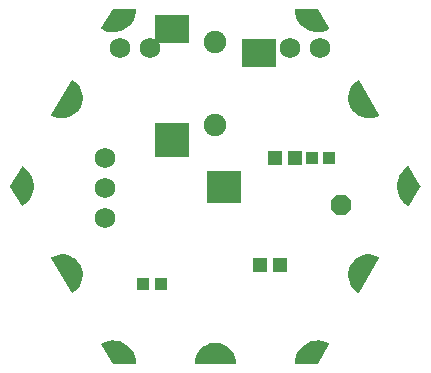
<source format=gbr>
G04 EAGLE Gerber RS-274X export*
G75*
%MOMM*%
%FSLAX34Y34*%
%LPD*%
%INSoldermask Top*%
%IPPOS*%
%AMOC8*
5,1,8,0,0,1.08239X$1,22.5*%
G01*
%ADD10R,1.003200X1.003200*%
%ADD11P,1.869504X8X22.500000*%
%ADD12R,1.303200X1.203200*%
%ADD13C,1.727200*%
%ADD14R,1.203200X1.303200*%
%ADD15C,1.203200*%
%ADD16R,3.003200X2.803200*%
%ADD17R,3.003200X2.403200*%
%ADD18R,3.003200X3.003200*%
%ADD19C,1.903200*%

G36*
X17029Y319D02*
X17029Y319D01*
X17058Y317D01*
X17125Y339D01*
X17195Y353D01*
X17219Y369D01*
X17247Y378D01*
X17300Y425D01*
X17359Y465D01*
X17375Y490D01*
X17397Y509D01*
X17428Y573D01*
X17466Y633D01*
X17471Y662D01*
X17483Y688D01*
X17492Y787D01*
X17499Y829D01*
X17496Y840D01*
X17498Y854D01*
X17266Y3652D01*
X17256Y3685D01*
X17252Y3733D01*
X16563Y6455D01*
X16548Y6486D01*
X16536Y6533D01*
X15408Y9104D01*
X15388Y9132D01*
X15369Y9177D01*
X13833Y11527D01*
X13809Y11552D01*
X13783Y11592D01*
X11881Y13658D01*
X11853Y13678D01*
X11820Y13714D01*
X9605Y15438D01*
X9574Y15454D01*
X9536Y15483D01*
X7066Y16820D01*
X7033Y16830D01*
X6991Y16853D01*
X5805Y17260D01*
X4351Y17759D01*
X4335Y17765D01*
X4301Y17769D01*
X4255Y17785D01*
X1486Y18247D01*
X1451Y18246D01*
X1404Y18254D01*
X-1404Y18254D01*
X-1438Y18247D01*
X-1486Y18247D01*
X-4255Y17785D01*
X-4288Y17772D01*
X-4335Y17765D01*
X-6991Y16853D01*
X-7021Y16835D01*
X-7066Y16820D01*
X-9536Y15483D01*
X-9562Y15461D01*
X-9605Y15438D01*
X-11820Y13714D01*
X-11843Y13687D01*
X-11881Y13658D01*
X-13783Y11592D01*
X-13801Y11563D01*
X-13833Y11527D01*
X-15369Y9177D01*
X-15382Y9144D01*
X-15408Y9104D01*
X-16536Y6533D01*
X-16543Y6499D01*
X-16546Y6493D01*
X-16552Y6484D01*
X-16553Y6478D01*
X-16563Y6455D01*
X-17252Y3733D01*
X-17254Y3698D01*
X-17266Y3652D01*
X-17498Y854D01*
X-17494Y825D01*
X-17499Y796D01*
X-17483Y727D01*
X-17474Y656D01*
X-17460Y631D01*
X-17453Y603D01*
X-17411Y545D01*
X-17376Y484D01*
X-17352Y466D01*
X-17335Y442D01*
X-17274Y406D01*
X-17217Y363D01*
X-17189Y356D01*
X-17164Y341D01*
X-17066Y324D01*
X-17025Y314D01*
X-17014Y316D01*
X-17000Y313D01*
X17000Y313D01*
X17029Y319D01*
G37*
G36*
X-121393Y60622D02*
X-121393Y60622D01*
X-121322Y60619D01*
X-121295Y60630D01*
X-121266Y60632D01*
X-121176Y60674D01*
X-121136Y60689D01*
X-121128Y60697D01*
X-121115Y60702D01*
X-118812Y62302D01*
X-118788Y62327D01*
X-118748Y62354D01*
X-116739Y64311D01*
X-116720Y64340D01*
X-116685Y64374D01*
X-115026Y66634D01*
X-115011Y66666D01*
X-114982Y66705D01*
X-113718Y69208D01*
X-113709Y69241D01*
X-113687Y69284D01*
X-112851Y71961D01*
X-112848Y71996D01*
X-112833Y72042D01*
X-112450Y74820D01*
X-112452Y74855D01*
X-112446Y74902D01*
X-112525Y77706D01*
X-112533Y77740D01*
X-112534Y77788D01*
X-113073Y80540D01*
X-113087Y80572D01*
X-113096Y80619D01*
X-114081Y83245D01*
X-114096Y83270D01*
X-114101Y83289D01*
X-114109Y83300D01*
X-114116Y83319D01*
X-115520Y85747D01*
X-115543Y85773D01*
X-115567Y85815D01*
X-117351Y87979D01*
X-117378Y88000D01*
X-117409Y88038D01*
X-119525Y89878D01*
X-119555Y89895D01*
X-119591Y89927D01*
X-121982Y91394D01*
X-122014Y91406D01*
X-122055Y91431D01*
X-124654Y92485D01*
X-124688Y92491D01*
X-124733Y92509D01*
X-127470Y93121D01*
X-127505Y93122D01*
X-127552Y93132D01*
X-130352Y93285D01*
X-130386Y93280D01*
X-130434Y93283D01*
X-133222Y92972D01*
X-133255Y92962D01*
X-133303Y92956D01*
X-136001Y92191D01*
X-136031Y92176D01*
X-136078Y92162D01*
X-138613Y90964D01*
X-138637Y90946D01*
X-138664Y90936D01*
X-138716Y90887D01*
X-138773Y90845D01*
X-138787Y90820D01*
X-138809Y90800D01*
X-138837Y90734D01*
X-138873Y90673D01*
X-138876Y90644D01*
X-138888Y90617D01*
X-138889Y90546D01*
X-138898Y90476D01*
X-138890Y90448D01*
X-138890Y90418D01*
X-138856Y90326D01*
X-138844Y90284D01*
X-138837Y90276D01*
X-138832Y90263D01*
X-121832Y60863D01*
X-121813Y60841D01*
X-121800Y60814D01*
X-121747Y60767D01*
X-121700Y60714D01*
X-121674Y60701D01*
X-121652Y60682D01*
X-121585Y60659D01*
X-121521Y60628D01*
X-121492Y60627D01*
X-121464Y60617D01*
X-121393Y60622D01*
G37*
G36*
X130386Y208345D02*
X130386Y208345D01*
X130434Y208343D01*
X133222Y208653D01*
X133255Y208663D01*
X133303Y208669D01*
X136001Y209434D01*
X136031Y209450D01*
X136078Y209463D01*
X138613Y210661D01*
X138637Y210679D01*
X138664Y210689D01*
X138716Y210738D01*
X138773Y210780D01*
X138787Y210805D01*
X138809Y210825D01*
X138837Y210891D01*
X138873Y210952D01*
X138876Y210981D01*
X138888Y211008D01*
X138889Y211079D01*
X138898Y211149D01*
X138890Y211177D01*
X138890Y211207D01*
X138856Y211299D01*
X138844Y211341D01*
X138837Y211350D01*
X138832Y211362D01*
X121832Y240762D01*
X121813Y240784D01*
X121800Y240811D01*
X121747Y240858D01*
X121700Y240911D01*
X121674Y240924D01*
X121652Y240943D01*
X121585Y240966D01*
X121521Y240997D01*
X121492Y240998D01*
X121464Y241008D01*
X121393Y241003D01*
X121322Y241006D01*
X121295Y240995D01*
X121266Y240993D01*
X121176Y240951D01*
X121136Y240936D01*
X121128Y240929D01*
X121115Y240923D01*
X118812Y239323D01*
X118788Y239298D01*
X118748Y239271D01*
X116739Y237314D01*
X116720Y237285D01*
X116685Y237251D01*
X115026Y234991D01*
X115011Y234959D01*
X114982Y234920D01*
X113718Y232417D01*
X113709Y232384D01*
X113687Y232341D01*
X112851Y229664D01*
X112848Y229629D01*
X112833Y229583D01*
X112450Y226805D01*
X112452Y226770D01*
X112446Y226723D01*
X112525Y223919D01*
X112533Y223885D01*
X112534Y223837D01*
X113073Y221085D01*
X113087Y221053D01*
X113096Y221006D01*
X114081Y218380D01*
X114099Y218351D01*
X114116Y218306D01*
X115520Y215878D01*
X115543Y215852D01*
X115567Y215810D01*
X117351Y213646D01*
X117378Y213625D01*
X117409Y213587D01*
X119525Y211747D01*
X119555Y211730D01*
X119591Y211698D01*
X121982Y210231D01*
X122014Y210219D01*
X122055Y210194D01*
X124654Y209140D01*
X124688Y209134D01*
X124733Y209116D01*
X127470Y208504D01*
X127505Y208503D01*
X127552Y208493D01*
X130352Y208340D01*
X130386Y208345D01*
G37*
G36*
X121426Y60623D02*
X121426Y60623D01*
X121497Y60623D01*
X121524Y60634D01*
X121553Y60637D01*
X121615Y60672D01*
X121680Y60699D01*
X121701Y60720D01*
X121726Y60734D01*
X121789Y60811D01*
X121819Y60841D01*
X121823Y60852D01*
X121832Y60863D01*
X138832Y90263D01*
X138841Y90290D01*
X138858Y90314D01*
X138873Y90384D01*
X138895Y90451D01*
X138893Y90480D01*
X138899Y90509D01*
X138886Y90579D01*
X138880Y90649D01*
X138867Y90675D01*
X138861Y90704D01*
X138821Y90763D01*
X138789Y90826D01*
X138766Y90845D01*
X138750Y90869D01*
X138668Y90926D01*
X138635Y90953D01*
X138625Y90956D01*
X138613Y90964D01*
X136078Y92162D01*
X136044Y92171D01*
X136001Y92191D01*
X133303Y92956D01*
X133268Y92959D01*
X133222Y92972D01*
X130434Y93283D01*
X130400Y93279D01*
X130352Y93285D01*
X127552Y93132D01*
X127518Y93123D01*
X127470Y93121D01*
X124733Y92509D01*
X124701Y92495D01*
X124654Y92485D01*
X122055Y91431D01*
X122026Y91412D01*
X121982Y91394D01*
X119591Y89927D01*
X119566Y89903D01*
X119525Y89878D01*
X117409Y88038D01*
X117388Y88010D01*
X117351Y87979D01*
X115567Y85815D01*
X115551Y85784D01*
X115520Y85747D01*
X114116Y83319D01*
X114105Y83287D01*
X114098Y83274D01*
X114088Y83259D01*
X114088Y83257D01*
X114081Y83245D01*
X113096Y80619D01*
X113090Y80585D01*
X113073Y80540D01*
X112534Y77788D01*
X112534Y77753D01*
X112525Y77706D01*
X112446Y74902D01*
X112452Y74868D01*
X112450Y74820D01*
X112833Y72042D01*
X112845Y72009D01*
X112851Y71961D01*
X113687Y69284D01*
X113704Y69254D01*
X113718Y69208D01*
X114982Y66705D01*
X115004Y66677D01*
X115026Y66634D01*
X116685Y64374D01*
X116711Y64350D01*
X116739Y64311D01*
X118748Y62354D01*
X118777Y62336D01*
X118812Y62302D01*
X121115Y60702D01*
X121142Y60691D01*
X121165Y60672D01*
X121233Y60652D01*
X121298Y60624D01*
X121327Y60624D01*
X121355Y60615D01*
X121426Y60623D01*
G37*
G36*
X-127552Y208493D02*
X-127552Y208493D01*
X-127518Y208502D01*
X-127470Y208504D01*
X-124733Y209116D01*
X-124701Y209130D01*
X-124654Y209140D01*
X-122055Y210194D01*
X-122026Y210213D01*
X-121982Y210231D01*
X-119591Y211698D01*
X-119566Y211722D01*
X-119525Y211747D01*
X-117409Y213587D01*
X-117388Y213615D01*
X-117351Y213646D01*
X-115567Y215810D01*
X-115551Y215841D01*
X-115520Y215878D01*
X-114116Y218306D01*
X-114105Y218338D01*
X-114081Y218380D01*
X-113096Y221006D01*
X-113090Y221040D01*
X-113073Y221085D01*
X-112534Y223837D01*
X-112534Y223872D01*
X-112525Y223919D01*
X-112446Y226723D01*
X-112452Y226757D01*
X-112450Y226805D01*
X-112833Y229583D01*
X-112845Y229616D01*
X-112851Y229664D01*
X-113687Y232341D01*
X-113704Y232371D01*
X-113718Y232417D01*
X-114982Y234920D01*
X-115004Y234948D01*
X-115026Y234991D01*
X-116685Y237251D01*
X-116711Y237275D01*
X-116739Y237314D01*
X-118748Y239271D01*
X-118777Y239289D01*
X-118812Y239323D01*
X-121115Y240923D01*
X-121142Y240934D01*
X-121165Y240953D01*
X-121233Y240973D01*
X-121298Y241001D01*
X-121327Y241001D01*
X-121355Y241010D01*
X-121426Y241002D01*
X-121497Y241002D01*
X-121524Y240991D01*
X-121553Y240988D01*
X-121615Y240953D01*
X-121680Y240926D01*
X-121701Y240905D01*
X-121726Y240891D01*
X-121789Y240814D01*
X-121819Y240784D01*
X-121823Y240773D01*
X-121832Y240762D01*
X-138832Y211362D01*
X-138841Y211335D01*
X-138858Y211311D01*
X-138873Y211241D01*
X-138895Y211174D01*
X-138893Y211145D01*
X-138899Y211116D01*
X-138886Y211046D01*
X-138880Y210976D01*
X-138867Y210950D01*
X-138861Y210921D01*
X-138821Y210862D01*
X-138789Y210799D01*
X-138766Y210780D01*
X-138750Y210756D01*
X-138668Y210699D01*
X-138635Y210672D01*
X-138625Y210669D01*
X-138613Y210661D01*
X-136078Y209463D01*
X-136044Y209454D01*
X-136001Y209434D01*
X-133303Y208669D01*
X-133268Y208666D01*
X-133222Y208653D01*
X-130434Y208343D01*
X-130400Y208346D01*
X-130352Y208340D01*
X-127552Y208493D01*
G37*
G36*
X163727Y133823D02*
X163727Y133823D01*
X163798Y133823D01*
X163825Y133834D01*
X163854Y133837D01*
X163916Y133873D01*
X163981Y133900D01*
X164002Y133921D01*
X164027Y133935D01*
X164090Y134012D01*
X164120Y134043D01*
X164124Y134053D01*
X164133Y134063D01*
X173633Y150563D01*
X173643Y150595D01*
X173652Y150608D01*
X173656Y150633D01*
X173657Y150636D01*
X173688Y150707D01*
X173688Y150730D01*
X173696Y150752D01*
X173690Y150829D01*
X173691Y150906D01*
X173681Y150930D01*
X173680Y150950D01*
X173659Y150990D01*
X173633Y151062D01*
X164133Y167562D01*
X164114Y167583D01*
X164101Y167610D01*
X164048Y167657D01*
X164001Y167711D01*
X163975Y167723D01*
X163954Y167743D01*
X163886Y167766D01*
X163822Y167797D01*
X163793Y167798D01*
X163766Y167807D01*
X163694Y167803D01*
X163623Y167806D01*
X163596Y167796D01*
X163567Y167794D01*
X163477Y167751D01*
X163437Y167737D01*
X163429Y167729D01*
X163416Y167723D01*
X160893Y165982D01*
X160869Y165957D01*
X160831Y165931D01*
X158619Y163807D01*
X158600Y163779D01*
X158566Y163747D01*
X156724Y161295D01*
X156710Y161265D01*
X156681Y161227D01*
X155256Y158512D01*
X155247Y158481D01*
X155231Y158456D01*
X155230Y158448D01*
X155225Y158439D01*
X154254Y155530D01*
X154250Y155496D01*
X154235Y155452D01*
X153743Y152426D01*
X153744Y152392D01*
X153736Y152346D01*
X153736Y149279D01*
X153737Y149276D01*
X153737Y149273D01*
X153743Y149247D01*
X153743Y149246D01*
X153743Y149199D01*
X154235Y146173D01*
X154247Y146141D01*
X154254Y146095D01*
X155225Y143186D01*
X155242Y143157D01*
X155256Y143113D01*
X156681Y140398D01*
X156703Y140371D01*
X156724Y140330D01*
X158566Y137878D01*
X158591Y137856D01*
X158619Y137818D01*
X160831Y135694D01*
X160859Y135676D01*
X160893Y135643D01*
X163416Y133902D01*
X163443Y133890D01*
X163465Y133872D01*
X163534Y133852D01*
X163599Y133824D01*
X163628Y133823D01*
X163656Y133815D01*
X163727Y133823D01*
G37*
G36*
X-163694Y133822D02*
X-163694Y133822D01*
X-163623Y133819D01*
X-163596Y133829D01*
X-163567Y133831D01*
X-163477Y133874D01*
X-163437Y133888D01*
X-163429Y133896D01*
X-163416Y133902D01*
X-160893Y135643D01*
X-160869Y135668D01*
X-160831Y135694D01*
X-158619Y137818D01*
X-158600Y137846D01*
X-158566Y137878D01*
X-156724Y140330D01*
X-156710Y140360D01*
X-156681Y140398D01*
X-155256Y143113D01*
X-155247Y143145D01*
X-155225Y143186D01*
X-154254Y146095D01*
X-154250Y146129D01*
X-154235Y146173D01*
X-153743Y149199D01*
X-153744Y149233D01*
X-153736Y149279D01*
X-153736Y152346D01*
X-153743Y152379D01*
X-153743Y152426D01*
X-154235Y155452D01*
X-154247Y155484D01*
X-154254Y155530D01*
X-155225Y158439D01*
X-155238Y158462D01*
X-155244Y158486D01*
X-155251Y158495D01*
X-155256Y158512D01*
X-156681Y161227D01*
X-156703Y161254D01*
X-156724Y161295D01*
X-158566Y163747D01*
X-158591Y163769D01*
X-158619Y163807D01*
X-160831Y165931D01*
X-160859Y165949D01*
X-160893Y165982D01*
X-163416Y167723D01*
X-163443Y167735D01*
X-163465Y167753D01*
X-163534Y167774D01*
X-163599Y167801D01*
X-163628Y167802D01*
X-163656Y167810D01*
X-163727Y167802D01*
X-163798Y167802D01*
X-163825Y167791D01*
X-163854Y167788D01*
X-163916Y167753D01*
X-163981Y167725D01*
X-164002Y167704D01*
X-164027Y167690D01*
X-164090Y167613D01*
X-164120Y167582D01*
X-164124Y167572D01*
X-164133Y167562D01*
X-173633Y151062D01*
X-173657Y150989D01*
X-173688Y150918D01*
X-173688Y150895D01*
X-173696Y150873D01*
X-173690Y150796D01*
X-173691Y150719D01*
X-173681Y150695D01*
X-173680Y150675D01*
X-173659Y150635D01*
X-173640Y150583D01*
X-173639Y150578D01*
X-173637Y150576D01*
X-173633Y150563D01*
X-164133Y134063D01*
X-164114Y134042D01*
X-164101Y134015D01*
X-164048Y133968D01*
X-164001Y133914D01*
X-163975Y133902D01*
X-163954Y133882D01*
X-163886Y133859D01*
X-163822Y133828D01*
X-163793Y133827D01*
X-163766Y133818D01*
X-163694Y133822D01*
G37*
G36*
X86676Y329D02*
X86676Y329D01*
X86754Y337D01*
X86773Y348D01*
X86795Y353D01*
X86859Y397D01*
X86927Y435D01*
X86943Y454D01*
X86959Y465D01*
X86983Y503D01*
X87033Y563D01*
X96533Y17063D01*
X96542Y17091D01*
X96558Y17114D01*
X96573Y17184D01*
X96596Y17252D01*
X96593Y17281D01*
X96599Y17309D01*
X96586Y17379D01*
X96580Y17450D01*
X96567Y17476D01*
X96561Y17504D01*
X96521Y17563D01*
X96488Y17627D01*
X96466Y17645D01*
X96450Y17669D01*
X96367Y17726D01*
X96335Y17753D01*
X96324Y17756D01*
X96314Y17764D01*
X93548Y19072D01*
X93515Y19080D01*
X93472Y19101D01*
X90532Y19948D01*
X90498Y19951D01*
X90454Y19964D01*
X87416Y20330D01*
X87382Y20327D01*
X87335Y20333D01*
X84278Y20206D01*
X84245Y20198D01*
X84198Y20196D01*
X81201Y19580D01*
X81170Y19567D01*
X81124Y19558D01*
X78264Y18470D01*
X78236Y18451D01*
X78192Y18435D01*
X75544Y16902D01*
X75518Y16879D01*
X75478Y16856D01*
X73110Y14918D01*
X73088Y14892D01*
X73052Y14862D01*
X71025Y12570D01*
X71009Y12540D01*
X70977Y12505D01*
X69345Y9917D01*
X69333Y9886D01*
X69308Y9846D01*
X68112Y7030D01*
X68105Y6996D01*
X68102Y6990D01*
X68098Y6983D01*
X68097Y6978D01*
X68086Y6953D01*
X67358Y3982D01*
X67356Y3948D01*
X67345Y3902D01*
X67102Y852D01*
X67106Y824D01*
X67101Y796D01*
X67118Y726D01*
X67126Y655D01*
X67141Y630D01*
X67147Y603D01*
X67190Y545D01*
X67226Y482D01*
X67248Y465D01*
X67265Y442D01*
X67327Y406D01*
X67384Y362D01*
X67412Y355D01*
X67436Y341D01*
X67536Y324D01*
X67577Y314D01*
X67587Y315D01*
X67600Y313D01*
X86600Y313D01*
X86676Y329D01*
G37*
G36*
X87369Y281298D02*
X87369Y281298D01*
X87416Y281295D01*
X90454Y281661D01*
X90486Y281671D01*
X90532Y281677D01*
X93472Y282524D01*
X93502Y282540D01*
X93548Y282553D01*
X96314Y283861D01*
X96336Y283878D01*
X96363Y283888D01*
X96415Y283937D01*
X96473Y283980D01*
X96487Y284005D01*
X96508Y284025D01*
X96537Y284090D01*
X96573Y284152D01*
X96576Y284181D01*
X96588Y284207D01*
X96589Y284279D01*
X96598Y284349D01*
X96590Y284377D01*
X96591Y284406D01*
X96555Y284500D01*
X96544Y284541D01*
X96537Y284549D01*
X96533Y284562D01*
X87033Y301062D01*
X86981Y301120D01*
X86935Y301183D01*
X86916Y301194D01*
X86901Y301211D01*
X86831Y301244D01*
X86764Y301284D01*
X86740Y301288D01*
X86722Y301297D01*
X86677Y301299D01*
X86600Y301312D01*
X67600Y301312D01*
X67572Y301306D01*
X67544Y301309D01*
X67476Y301286D01*
X67405Y301272D01*
X67382Y301256D01*
X67355Y301247D01*
X67300Y301200D01*
X67241Y301160D01*
X67226Y301136D01*
X67205Y301117D01*
X67173Y301053D01*
X67134Y300992D01*
X67129Y300964D01*
X67117Y300939D01*
X67108Y300837D01*
X67101Y300796D01*
X67103Y300786D01*
X67102Y300773D01*
X67345Y297723D01*
X67354Y297690D01*
X67358Y297643D01*
X68086Y294672D01*
X68101Y294641D01*
X68112Y294595D01*
X69308Y291779D01*
X69327Y291751D01*
X69345Y291708D01*
X70977Y289120D01*
X71001Y289095D01*
X71025Y289055D01*
X73052Y286763D01*
X73079Y286742D01*
X73110Y286707D01*
X75478Y284769D01*
X75508Y284753D01*
X75544Y284723D01*
X78192Y283190D01*
X78224Y283179D01*
X78264Y283155D01*
X81124Y282067D01*
X81157Y282061D01*
X81201Y282045D01*
X84198Y281429D01*
X84232Y281429D01*
X84278Y281419D01*
X87335Y281292D01*
X87369Y281298D01*
G37*
G36*
X-67572Y319D02*
X-67572Y319D01*
X-67544Y316D01*
X-67476Y339D01*
X-67405Y353D01*
X-67382Y369D01*
X-67355Y378D01*
X-67300Y425D01*
X-67241Y465D01*
X-67226Y489D01*
X-67205Y508D01*
X-67173Y572D01*
X-67134Y633D01*
X-67129Y661D01*
X-67117Y686D01*
X-67108Y788D01*
X-67101Y829D01*
X-67103Y839D01*
X-67102Y852D01*
X-67345Y3902D01*
X-67354Y3935D01*
X-67358Y3982D01*
X-68086Y6953D01*
X-68101Y6984D01*
X-68112Y7030D01*
X-69308Y9846D01*
X-69327Y9874D01*
X-69345Y9917D01*
X-70977Y12505D01*
X-71001Y12530D01*
X-71025Y12570D01*
X-73052Y14862D01*
X-73079Y14883D01*
X-73110Y14918D01*
X-75478Y16856D01*
X-75508Y16872D01*
X-75544Y16902D01*
X-78192Y18435D01*
X-78224Y18446D01*
X-78264Y18470D01*
X-81124Y19558D01*
X-81157Y19564D01*
X-81201Y19580D01*
X-84198Y20196D01*
X-84232Y20196D01*
X-84278Y20206D01*
X-87335Y20333D01*
X-87369Y20327D01*
X-87416Y20330D01*
X-90454Y19964D01*
X-90486Y19954D01*
X-90532Y19948D01*
X-93472Y19101D01*
X-93502Y19085D01*
X-93548Y19072D01*
X-96314Y17764D01*
X-96336Y17747D01*
X-96363Y17737D01*
X-96415Y17688D01*
X-96473Y17645D01*
X-96487Y17620D01*
X-96508Y17600D01*
X-96537Y17535D01*
X-96573Y17473D01*
X-96576Y17445D01*
X-96588Y17418D01*
X-96589Y17346D01*
X-96598Y17276D01*
X-96590Y17248D01*
X-96591Y17219D01*
X-96555Y17125D01*
X-96544Y17084D01*
X-96537Y17076D01*
X-96533Y17063D01*
X-87033Y563D01*
X-86981Y505D01*
X-86935Y442D01*
X-86916Y431D01*
X-86901Y414D01*
X-86831Y381D01*
X-86764Y341D01*
X-86740Y337D01*
X-86722Y328D01*
X-86677Y326D01*
X-86600Y313D01*
X-67600Y313D01*
X-67572Y319D01*
G37*
G36*
X-84278Y281419D02*
X-84278Y281419D01*
X-84245Y281427D01*
X-84198Y281429D01*
X-81201Y282045D01*
X-81170Y282058D01*
X-81124Y282067D01*
X-78264Y283155D01*
X-78236Y283174D01*
X-78192Y283190D01*
X-75544Y284723D01*
X-75518Y284746D01*
X-75478Y284769D01*
X-73110Y286707D01*
X-73088Y286733D01*
X-73052Y286763D01*
X-71025Y289055D01*
X-71009Y289085D01*
X-70977Y289120D01*
X-69345Y291708D01*
X-69333Y291740D01*
X-69308Y291779D01*
X-68112Y294595D01*
X-68105Y294629D01*
X-68086Y294672D01*
X-67358Y297643D01*
X-67356Y297677D01*
X-67345Y297723D01*
X-67102Y300773D01*
X-67106Y300801D01*
X-67101Y300829D01*
X-67118Y300899D01*
X-67126Y300970D01*
X-67141Y300995D01*
X-67147Y301022D01*
X-67190Y301080D01*
X-67226Y301143D01*
X-67248Y301160D01*
X-67265Y301183D01*
X-67327Y301219D01*
X-67384Y301263D01*
X-67412Y301270D01*
X-67436Y301284D01*
X-67536Y301301D01*
X-67577Y301311D01*
X-67587Y301310D01*
X-67600Y301312D01*
X-86600Y301312D01*
X-86676Y301296D01*
X-86754Y301288D01*
X-86773Y301277D01*
X-86795Y301272D01*
X-86859Y301228D01*
X-86927Y301190D01*
X-86943Y301171D01*
X-86959Y301160D01*
X-86983Y301122D01*
X-87033Y301062D01*
X-96533Y284562D01*
X-96542Y284534D01*
X-96558Y284511D01*
X-96573Y284441D01*
X-96596Y284373D01*
X-96593Y284345D01*
X-96599Y284316D01*
X-96586Y284246D01*
X-96580Y284175D01*
X-96567Y284149D01*
X-96561Y284121D01*
X-96521Y284062D01*
X-96488Y283998D01*
X-96466Y283980D01*
X-96450Y283956D01*
X-96367Y283899D01*
X-96335Y283872D01*
X-96324Y283869D01*
X-96314Y283861D01*
X-93548Y282553D01*
X-93515Y282545D01*
X-93472Y282524D01*
X-90532Y281677D01*
X-90498Y281674D01*
X-90454Y281661D01*
X-87416Y281295D01*
X-87382Y281298D01*
X-87335Y281292D01*
X-84278Y281419D01*
G37*
D10*
X-61475Y68263D03*
X-46475Y68263D03*
D11*
X106363Y134938D03*
D12*
X37538Y84138D03*
X54538Y84138D03*
D13*
X-93663Y174625D03*
X-93663Y149225D03*
X-93663Y123825D03*
X-55563Y268288D03*
X-80963Y268288D03*
D10*
X81400Y174625D03*
X96400Y174625D03*
D14*
X67238Y174625D03*
X50238Y174625D03*
D13*
X63132Y268289D03*
X88532Y268289D03*
D15*
X82600Y293913D03*
X165200Y150813D03*
X82600Y7713D03*
X-82600Y7713D03*
X-165200Y150813D03*
X-82600Y293913D03*
X123900Y222313D03*
X123900Y79313D03*
X0Y7713D03*
X-123900Y79313D03*
X-123900Y222313D03*
D16*
X7500Y150050D03*
D17*
X37000Y264050D03*
X-37000Y284050D03*
D18*
X-37000Y190050D03*
D19*
X0Y273050D03*
X0Y203050D03*
M02*

</source>
